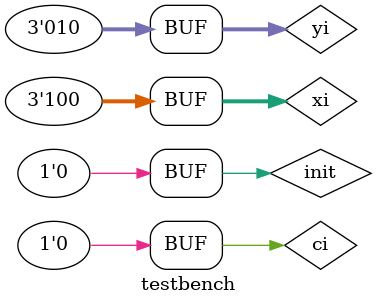
<source format=v>
`timescale 1ns / 1ps


module testbench;

	// Inputs
	reg [2:0] xi;
	reg [2:0] yi;
	reg ci;
	reg init;

	// Outputs
	wire co;
	wire [2:0] zi;

	// Instantiate the Unit Under Test (UUT)
	sum3bcc uut (
		.xi(xi), 
		.yi(yi), 
		.ci(ci), 
		.co(co), 
		.zi(zi), 
		.init(init)
	);

	initial begin
		// Initialize Inputs
		xi = 0;
		yi = 0;
		ci = 0;
		init = 0;

		// Wait 100 ns for global reset to finish
		#100;
        
		// Add stimulus here
		xi = 3'b100;
		yi = 3'b010;
		
	end
      
endmodule


</source>
